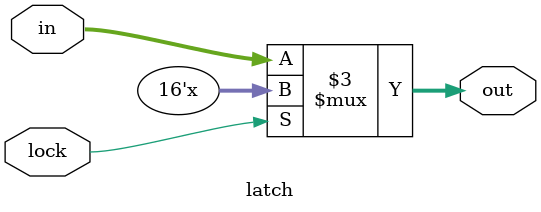
<source format=v>
module latch(lock, in, out);
input lock;
input [15:0] in;
output [15:0] out;
reg [15:0] out;

always @(*) begin
    if (~lock)
        out <= in;
end

endmodule

</source>
